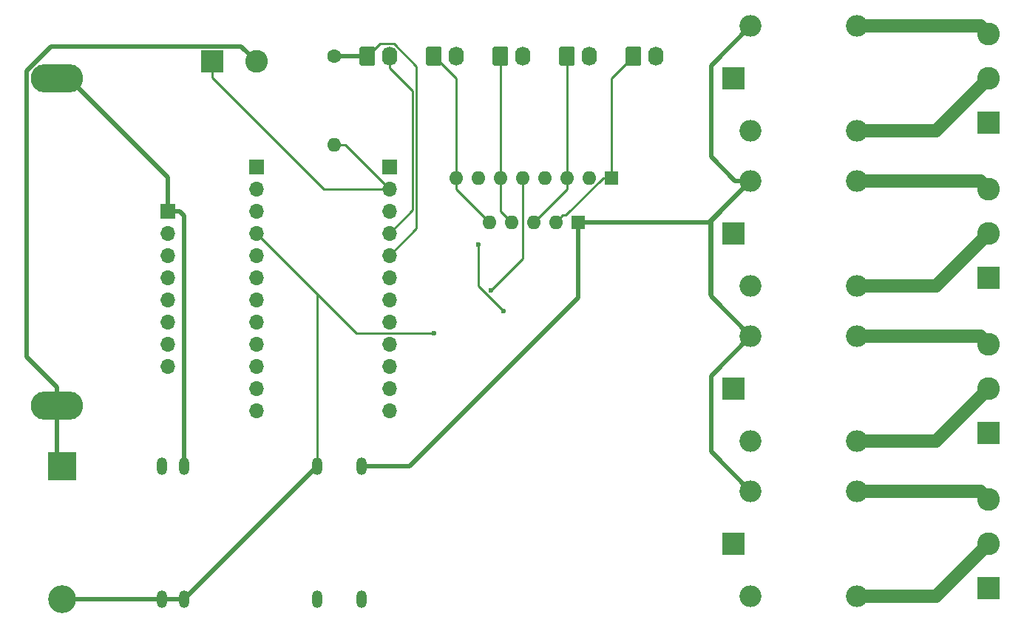
<source format=gbr>
%TF.GenerationSoftware,KiCad,Pcbnew,5.1.4+dfsg1-1*%
%TF.CreationDate,2019-12-07T14:51:34+10:00*%
%TF.ProjectId,ActuatorsExpanded,41637475-6174-46f7-9273-457870616e64,1*%
%TF.SameCoordinates,Original*%
%TF.FileFunction,Copper,L2,Bot*%
%TF.FilePolarity,Positive*%
%FSLAX46Y46*%
G04 Gerber Fmt 4.6, Leading zero omitted, Abs format (unit mm)*
G04 Created by KiCad (PCBNEW 5.1.4+dfsg1-1) date 2019-12-07 14:51:34*
%MOMM*%
%LPD*%
G04 APERTURE LIST*
%ADD10C,2.600000*%
%ADD11R,2.600000X2.600000*%
%ADD12O,1.700000X1.700000*%
%ADD13R,1.700000X1.700000*%
%ADD14O,2.500000X2.500000*%
%ADD15R,2.500000X2.500000*%
%ADD16O,1.600000X1.600000*%
%ADD17R,1.600000X1.600000*%
%ADD18C,1.600000*%
%ADD19O,1.200000X2.000000*%
%ADD20O,1.740000X2.200000*%
%ADD21C,0.100000*%
%ADD22C,1.740000*%
%ADD23O,6.000000X3.250000*%
%ADD24O,3.200000X3.200000*%
%ADD25R,3.200000X3.200000*%
%ADD26C,0.600000*%
%ADD27C,0.250000*%
%ADD28C,0.500000*%
%ADD29C,1.500000*%
G04 APERTURE END LIST*
D10*
X194945000Y-58420000D03*
X194945000Y-63500000D03*
D11*
X194945000Y-68580000D03*
D12*
X126365000Y-101600000D03*
X126365000Y-99060000D03*
X126365000Y-96520000D03*
X126365000Y-93980000D03*
X126365000Y-91440000D03*
X126365000Y-88900000D03*
X126365000Y-86360000D03*
X126365000Y-83820000D03*
X126365000Y-81280000D03*
X126365000Y-78740000D03*
X126365000Y-76200000D03*
D13*
X126365000Y-73660000D03*
D10*
X194945000Y-111760000D03*
X194945000Y-116840000D03*
D11*
X194945000Y-121920000D03*
D14*
X167735000Y-75280000D03*
X179935000Y-75280000D03*
X179935000Y-87280000D03*
X167735000Y-87280000D03*
D15*
X165735000Y-81280000D03*
D14*
X167735000Y-93060000D03*
X179935000Y-93060000D03*
X179935000Y-105060000D03*
X167735000Y-105060000D03*
D15*
X165735000Y-99060000D03*
D16*
X133985000Y-74930000D03*
X136525000Y-74930000D03*
X139065000Y-74930000D03*
X141605000Y-74930000D03*
X144145000Y-74930000D03*
X146685000Y-74930000D03*
X149225000Y-74930000D03*
D17*
X151765000Y-74930000D03*
D16*
X137795000Y-80010000D03*
X140335000Y-80010000D03*
X142875000Y-80010000D03*
X145415000Y-80010000D03*
D17*
X147955000Y-80010000D03*
D16*
X120015000Y-71120000D03*
D18*
X120015000Y-60960000D03*
D19*
X100330000Y-107950000D03*
X100330000Y-123190000D03*
X102870000Y-107950000D03*
X102870000Y-123190000D03*
X118110000Y-107950000D03*
X118110000Y-123190000D03*
X123190000Y-107950000D03*
X123190000Y-123190000D03*
D14*
X167735000Y-57500000D03*
X179935000Y-57500000D03*
X179935000Y-69500000D03*
X167735000Y-69500000D03*
D15*
X165735000Y-63500000D03*
D14*
X167735000Y-110840000D03*
X179935000Y-110840000D03*
X179935000Y-122840000D03*
X167735000Y-122840000D03*
D15*
X165735000Y-116840000D03*
D20*
X133985000Y-60960000D03*
D21*
G36*
X132089505Y-59861204D02*
G01*
X132113773Y-59864804D01*
X132137572Y-59870765D01*
X132160671Y-59879030D01*
X132182850Y-59889520D01*
X132203893Y-59902132D01*
X132223599Y-59916747D01*
X132241777Y-59933223D01*
X132258253Y-59951401D01*
X132272868Y-59971107D01*
X132285480Y-59992150D01*
X132295970Y-60014329D01*
X132304235Y-60037428D01*
X132310196Y-60061227D01*
X132313796Y-60085495D01*
X132315000Y-60109999D01*
X132315000Y-61810001D01*
X132313796Y-61834505D01*
X132310196Y-61858773D01*
X132304235Y-61882572D01*
X132295970Y-61905671D01*
X132285480Y-61927850D01*
X132272868Y-61948893D01*
X132258253Y-61968599D01*
X132241777Y-61986777D01*
X132223599Y-62003253D01*
X132203893Y-62017868D01*
X132182850Y-62030480D01*
X132160671Y-62040970D01*
X132137572Y-62049235D01*
X132113773Y-62055196D01*
X132089505Y-62058796D01*
X132065001Y-62060000D01*
X130824999Y-62060000D01*
X130800495Y-62058796D01*
X130776227Y-62055196D01*
X130752428Y-62049235D01*
X130729329Y-62040970D01*
X130707150Y-62030480D01*
X130686107Y-62017868D01*
X130666401Y-62003253D01*
X130648223Y-61986777D01*
X130631747Y-61968599D01*
X130617132Y-61948893D01*
X130604520Y-61927850D01*
X130594030Y-61905671D01*
X130585765Y-61882572D01*
X130579804Y-61858773D01*
X130576204Y-61834505D01*
X130575000Y-61810001D01*
X130575000Y-60109999D01*
X130576204Y-60085495D01*
X130579804Y-60061227D01*
X130585765Y-60037428D01*
X130594030Y-60014329D01*
X130604520Y-59992150D01*
X130617132Y-59971107D01*
X130631747Y-59951401D01*
X130648223Y-59933223D01*
X130666401Y-59916747D01*
X130686107Y-59902132D01*
X130707150Y-59889520D01*
X130729329Y-59879030D01*
X130752428Y-59870765D01*
X130776227Y-59864804D01*
X130800495Y-59861204D01*
X130824999Y-59860000D01*
X132065001Y-59860000D01*
X132089505Y-59861204D01*
X132089505Y-59861204D01*
G37*
D22*
X131445000Y-60960000D03*
D20*
X141605000Y-60960000D03*
D21*
G36*
X139709505Y-59861204D02*
G01*
X139733773Y-59864804D01*
X139757572Y-59870765D01*
X139780671Y-59879030D01*
X139802850Y-59889520D01*
X139823893Y-59902132D01*
X139843599Y-59916747D01*
X139861777Y-59933223D01*
X139878253Y-59951401D01*
X139892868Y-59971107D01*
X139905480Y-59992150D01*
X139915970Y-60014329D01*
X139924235Y-60037428D01*
X139930196Y-60061227D01*
X139933796Y-60085495D01*
X139935000Y-60109999D01*
X139935000Y-61810001D01*
X139933796Y-61834505D01*
X139930196Y-61858773D01*
X139924235Y-61882572D01*
X139915970Y-61905671D01*
X139905480Y-61927850D01*
X139892868Y-61948893D01*
X139878253Y-61968599D01*
X139861777Y-61986777D01*
X139843599Y-62003253D01*
X139823893Y-62017868D01*
X139802850Y-62030480D01*
X139780671Y-62040970D01*
X139757572Y-62049235D01*
X139733773Y-62055196D01*
X139709505Y-62058796D01*
X139685001Y-62060000D01*
X138444999Y-62060000D01*
X138420495Y-62058796D01*
X138396227Y-62055196D01*
X138372428Y-62049235D01*
X138349329Y-62040970D01*
X138327150Y-62030480D01*
X138306107Y-62017868D01*
X138286401Y-62003253D01*
X138268223Y-61986777D01*
X138251747Y-61968599D01*
X138237132Y-61948893D01*
X138224520Y-61927850D01*
X138214030Y-61905671D01*
X138205765Y-61882572D01*
X138199804Y-61858773D01*
X138196204Y-61834505D01*
X138195000Y-61810001D01*
X138195000Y-60109999D01*
X138196204Y-60085495D01*
X138199804Y-60061227D01*
X138205765Y-60037428D01*
X138214030Y-60014329D01*
X138224520Y-59992150D01*
X138237132Y-59971107D01*
X138251747Y-59951401D01*
X138268223Y-59933223D01*
X138286401Y-59916747D01*
X138306107Y-59902132D01*
X138327150Y-59889520D01*
X138349329Y-59879030D01*
X138372428Y-59870765D01*
X138396227Y-59864804D01*
X138420495Y-59861204D01*
X138444999Y-59860000D01*
X139685001Y-59860000D01*
X139709505Y-59861204D01*
X139709505Y-59861204D01*
G37*
D22*
X139065000Y-60960000D03*
D20*
X149225000Y-60960000D03*
D21*
G36*
X147329505Y-59861204D02*
G01*
X147353773Y-59864804D01*
X147377572Y-59870765D01*
X147400671Y-59879030D01*
X147422850Y-59889520D01*
X147443893Y-59902132D01*
X147463599Y-59916747D01*
X147481777Y-59933223D01*
X147498253Y-59951401D01*
X147512868Y-59971107D01*
X147525480Y-59992150D01*
X147535970Y-60014329D01*
X147544235Y-60037428D01*
X147550196Y-60061227D01*
X147553796Y-60085495D01*
X147555000Y-60109999D01*
X147555000Y-61810001D01*
X147553796Y-61834505D01*
X147550196Y-61858773D01*
X147544235Y-61882572D01*
X147535970Y-61905671D01*
X147525480Y-61927850D01*
X147512868Y-61948893D01*
X147498253Y-61968599D01*
X147481777Y-61986777D01*
X147463599Y-62003253D01*
X147443893Y-62017868D01*
X147422850Y-62030480D01*
X147400671Y-62040970D01*
X147377572Y-62049235D01*
X147353773Y-62055196D01*
X147329505Y-62058796D01*
X147305001Y-62060000D01*
X146064999Y-62060000D01*
X146040495Y-62058796D01*
X146016227Y-62055196D01*
X145992428Y-62049235D01*
X145969329Y-62040970D01*
X145947150Y-62030480D01*
X145926107Y-62017868D01*
X145906401Y-62003253D01*
X145888223Y-61986777D01*
X145871747Y-61968599D01*
X145857132Y-61948893D01*
X145844520Y-61927850D01*
X145834030Y-61905671D01*
X145825765Y-61882572D01*
X145819804Y-61858773D01*
X145816204Y-61834505D01*
X145815000Y-61810001D01*
X145815000Y-60109999D01*
X145816204Y-60085495D01*
X145819804Y-60061227D01*
X145825765Y-60037428D01*
X145834030Y-60014329D01*
X145844520Y-59992150D01*
X145857132Y-59971107D01*
X145871747Y-59951401D01*
X145888223Y-59933223D01*
X145906401Y-59916747D01*
X145926107Y-59902132D01*
X145947150Y-59889520D01*
X145969329Y-59879030D01*
X145992428Y-59870765D01*
X146016227Y-59864804D01*
X146040495Y-59861204D01*
X146064999Y-59860000D01*
X147305001Y-59860000D01*
X147329505Y-59861204D01*
X147329505Y-59861204D01*
G37*
D22*
X146685000Y-60960000D03*
D10*
X194945000Y-76200000D03*
X194945000Y-81280000D03*
D11*
X194945000Y-86360000D03*
D10*
X194945000Y-93980000D03*
X194945000Y-99060000D03*
D11*
X194945000Y-104140000D03*
D20*
X156845000Y-60960000D03*
D21*
G36*
X154949505Y-59861204D02*
G01*
X154973773Y-59864804D01*
X154997572Y-59870765D01*
X155020671Y-59879030D01*
X155042850Y-59889520D01*
X155063893Y-59902132D01*
X155083599Y-59916747D01*
X155101777Y-59933223D01*
X155118253Y-59951401D01*
X155132868Y-59971107D01*
X155145480Y-59992150D01*
X155155970Y-60014329D01*
X155164235Y-60037428D01*
X155170196Y-60061227D01*
X155173796Y-60085495D01*
X155175000Y-60109999D01*
X155175000Y-61810001D01*
X155173796Y-61834505D01*
X155170196Y-61858773D01*
X155164235Y-61882572D01*
X155155970Y-61905671D01*
X155145480Y-61927850D01*
X155132868Y-61948893D01*
X155118253Y-61968599D01*
X155101777Y-61986777D01*
X155083599Y-62003253D01*
X155063893Y-62017868D01*
X155042850Y-62030480D01*
X155020671Y-62040970D01*
X154997572Y-62049235D01*
X154973773Y-62055196D01*
X154949505Y-62058796D01*
X154925001Y-62060000D01*
X153684999Y-62060000D01*
X153660495Y-62058796D01*
X153636227Y-62055196D01*
X153612428Y-62049235D01*
X153589329Y-62040970D01*
X153567150Y-62030480D01*
X153546107Y-62017868D01*
X153526401Y-62003253D01*
X153508223Y-61986777D01*
X153491747Y-61968599D01*
X153477132Y-61948893D01*
X153464520Y-61927850D01*
X153454030Y-61905671D01*
X153445765Y-61882572D01*
X153439804Y-61858773D01*
X153436204Y-61834505D01*
X153435000Y-61810001D01*
X153435000Y-60109999D01*
X153436204Y-60085495D01*
X153439804Y-60061227D01*
X153445765Y-60037428D01*
X153454030Y-60014329D01*
X153464520Y-59992150D01*
X153477132Y-59971107D01*
X153491747Y-59951401D01*
X153508223Y-59933223D01*
X153526401Y-59916747D01*
X153546107Y-59902132D01*
X153567150Y-59889520D01*
X153589329Y-59879030D01*
X153612428Y-59870765D01*
X153636227Y-59864804D01*
X153660495Y-59861204D01*
X153684999Y-59860000D01*
X154925001Y-59860000D01*
X154949505Y-59861204D01*
X154949505Y-59861204D01*
G37*
D22*
X154305000Y-60960000D03*
D20*
X126365000Y-60960000D03*
D21*
G36*
X124469505Y-59861204D02*
G01*
X124493773Y-59864804D01*
X124517572Y-59870765D01*
X124540671Y-59879030D01*
X124562850Y-59889520D01*
X124583893Y-59902132D01*
X124603599Y-59916747D01*
X124621777Y-59933223D01*
X124638253Y-59951401D01*
X124652868Y-59971107D01*
X124665480Y-59992150D01*
X124675970Y-60014329D01*
X124684235Y-60037428D01*
X124690196Y-60061227D01*
X124693796Y-60085495D01*
X124695000Y-60109999D01*
X124695000Y-61810001D01*
X124693796Y-61834505D01*
X124690196Y-61858773D01*
X124684235Y-61882572D01*
X124675970Y-61905671D01*
X124665480Y-61927850D01*
X124652868Y-61948893D01*
X124638253Y-61968599D01*
X124621777Y-61986777D01*
X124603599Y-62003253D01*
X124583893Y-62017868D01*
X124562850Y-62030480D01*
X124540671Y-62040970D01*
X124517572Y-62049235D01*
X124493773Y-62055196D01*
X124469505Y-62058796D01*
X124445001Y-62060000D01*
X123204999Y-62060000D01*
X123180495Y-62058796D01*
X123156227Y-62055196D01*
X123132428Y-62049235D01*
X123109329Y-62040970D01*
X123087150Y-62030480D01*
X123066107Y-62017868D01*
X123046401Y-62003253D01*
X123028223Y-61986777D01*
X123011747Y-61968599D01*
X122997132Y-61948893D01*
X122984520Y-61927850D01*
X122974030Y-61905671D01*
X122965765Y-61882572D01*
X122959804Y-61858773D01*
X122956204Y-61834505D01*
X122955000Y-61810001D01*
X122955000Y-60109999D01*
X122956204Y-60085495D01*
X122959804Y-60061227D01*
X122965765Y-60037428D01*
X122974030Y-60014329D01*
X122984520Y-59992150D01*
X122997132Y-59971107D01*
X123011747Y-59951401D01*
X123028223Y-59933223D01*
X123046401Y-59916747D01*
X123066107Y-59902132D01*
X123087150Y-59889520D01*
X123109329Y-59879030D01*
X123132428Y-59870765D01*
X123156227Y-59864804D01*
X123180495Y-59861204D01*
X123204999Y-59860000D01*
X124445001Y-59860000D01*
X124469505Y-59861204D01*
X124469505Y-59861204D01*
G37*
D22*
X123825000Y-60960000D03*
D12*
X100965000Y-96520000D03*
X100965000Y-93980000D03*
X100965000Y-91440000D03*
X100965000Y-88900000D03*
X100965000Y-86360000D03*
X100965000Y-83820000D03*
X100965000Y-81280000D03*
D13*
X100965000Y-78740000D03*
D10*
X111125000Y-61595000D03*
D11*
X106045000Y-61595000D03*
D12*
X111125000Y-101600000D03*
X111125000Y-99060000D03*
X111125000Y-96520000D03*
X111125000Y-93980000D03*
X111125000Y-91440000D03*
X111125000Y-88900000D03*
X111125000Y-86360000D03*
X111125000Y-83820000D03*
X111125000Y-81280000D03*
X111125000Y-78740000D03*
X111125000Y-76200000D03*
D13*
X111125000Y-73660000D03*
D23*
X88265000Y-63500000D03*
X88265000Y-101000000D03*
D24*
X88900000Y-123190000D03*
D25*
X88900000Y-107950000D03*
D26*
X131445000Y-92710000D03*
X136525000Y-82550000D03*
X139409998Y-90170000D03*
X137988051Y-87823051D03*
D27*
X118110000Y-107950000D02*
X118110000Y-107550000D01*
X118850000Y-76200000D02*
X126365000Y-76200000D01*
X106045000Y-63395000D02*
X118850000Y-76200000D01*
X106045000Y-61595000D02*
X106045000Y-63395000D01*
X125730000Y-76200000D02*
X126365000Y-76200000D01*
X121285000Y-71120000D02*
X126365000Y-76200000D01*
X120015000Y-71120000D02*
X121285000Y-71120000D01*
D28*
X88900000Y-123190000D02*
X100330000Y-123190000D01*
X100330000Y-123190000D02*
X102870000Y-123190000D01*
X102870000Y-123190000D02*
X118110000Y-107950000D01*
D27*
X122555000Y-92710000D02*
X111125000Y-81280000D01*
X131445000Y-92710000D02*
X122555000Y-92710000D01*
X118110000Y-107950000D02*
X118110000Y-95250000D01*
X118110000Y-88265000D02*
X111125000Y-81280000D01*
X118110000Y-107950000D02*
X118110000Y-88265000D01*
D28*
X102870000Y-79295000D02*
X102870000Y-107950000D01*
X102315000Y-78740000D02*
X102870000Y-79295000D01*
X100965000Y-78740000D02*
X102315000Y-78740000D01*
X100965000Y-74825000D02*
X89640000Y-63500000D01*
X89640000Y-63500000D02*
X88265000Y-63500000D01*
X100965000Y-78740000D02*
X100965000Y-74825000D01*
X88265000Y-98875000D02*
X88265000Y-101000000D01*
X84814990Y-95424990D02*
X88265000Y-98875000D01*
X84814990Y-62640503D02*
X84814990Y-95424990D01*
X87610494Y-59844999D02*
X84814990Y-62640503D01*
X109374999Y-59844999D02*
X87610494Y-59844999D01*
X111125000Y-61595000D02*
X109374999Y-59844999D01*
X88265000Y-107315000D02*
X88900000Y-107950000D01*
X88265000Y-101000000D02*
X88265000Y-107315000D01*
X120015000Y-60960000D02*
X121285000Y-60960000D01*
X123825000Y-60960000D02*
X121285000Y-60960000D01*
X121285000Y-60960000D02*
X120650000Y-60960000D01*
D27*
X125250010Y-59534990D02*
X123825000Y-60960000D01*
X126859989Y-59534990D02*
X125250010Y-59534990D01*
X129480009Y-62155010D02*
X126859989Y-59534990D01*
X129480009Y-80704991D02*
X129480009Y-62155010D01*
X126365000Y-83820000D02*
X129480009Y-80704991D01*
X120015000Y-60960000D02*
X123825000Y-60960000D01*
X151765000Y-63500000D02*
X154305000Y-60960000D01*
X151765000Y-74930000D02*
X151765000Y-63500000D01*
X146214999Y-79210001D02*
X145415000Y-80010000D01*
X146569997Y-79210001D02*
X146214999Y-79210001D01*
X150849998Y-74930000D02*
X146569997Y-79210001D01*
X151765000Y-74930000D02*
X150849998Y-74930000D01*
X126365000Y-62310000D02*
X126365000Y-60960000D01*
X129030000Y-64975000D02*
X126365000Y-62310000D01*
X129030000Y-78615000D02*
X129030000Y-64975000D01*
X126365000Y-81280000D02*
X129030000Y-78615000D01*
X146685000Y-74930000D02*
X146685000Y-60960000D01*
X146685000Y-76200000D02*
X142875000Y-80010000D01*
X146685000Y-74930000D02*
X146685000Y-76200000D01*
X139065000Y-74930000D02*
X139065000Y-60960000D01*
X139065000Y-78740000D02*
X140335000Y-80010000D01*
X139065000Y-74930000D02*
X139065000Y-78740000D01*
X133985000Y-63500000D02*
X131445000Y-60960000D01*
X133985000Y-74930000D02*
X133985000Y-63500000D01*
X133985000Y-76200000D02*
X137795000Y-80010000D01*
X133985000Y-74930000D02*
X133985000Y-76200000D01*
X165545000Y-77470000D02*
X167735000Y-75280000D01*
X163005000Y-88330000D02*
X163005000Y-80010000D01*
X167735000Y-93060000D02*
X163005000Y-88330000D01*
D28*
X147955000Y-88689268D02*
X147955000Y-80010000D01*
X123190000Y-107950000D02*
X128694268Y-107950000D01*
X128694268Y-107950000D02*
X147955000Y-88689268D01*
X163005000Y-80010000D02*
X167735000Y-75280000D01*
X147955000Y-80010000D02*
X163005000Y-80010000D01*
X163195000Y-88520000D02*
X167735000Y-93060000D01*
X163195000Y-79820000D02*
X163195000Y-88520000D01*
X167735000Y-75280000D02*
X163195000Y-79820000D01*
X163195000Y-62040000D02*
X167735000Y-57500000D01*
X163195000Y-72507766D02*
X163195000Y-62040000D01*
X167735000Y-75280000D02*
X165967234Y-75280000D01*
X165967234Y-75280000D02*
X163195000Y-72507766D01*
X163195000Y-106300000D02*
X167735000Y-110840000D01*
X167735000Y-93060000D02*
X163195000Y-97600000D01*
X163195000Y-97600000D02*
X163195000Y-106300000D01*
D29*
X194025000Y-110840000D02*
X194945000Y-111760000D01*
X179935000Y-110840000D02*
X194025000Y-110840000D01*
X188945000Y-122840000D02*
X194945000Y-116840000D01*
X179935000Y-122840000D02*
X188945000Y-122840000D01*
X194025000Y-93060000D02*
X194945000Y-93980000D01*
X179935000Y-93060000D02*
X194025000Y-93060000D01*
X188945000Y-105060000D02*
X194945000Y-99060000D01*
X179935000Y-105060000D02*
X188945000Y-105060000D01*
X194025000Y-75280000D02*
X194945000Y-76200000D01*
X179935000Y-75280000D02*
X194025000Y-75280000D01*
X188945000Y-87280000D02*
X194945000Y-81280000D01*
X179935000Y-87280000D02*
X188945000Y-87280000D01*
X179935000Y-57500000D02*
X194025000Y-57500000D01*
X194025000Y-57500000D02*
X194945000Y-58420000D01*
X188945000Y-69500000D02*
X194945000Y-63500000D01*
X179935000Y-69500000D02*
X188945000Y-69500000D01*
D27*
X136525000Y-87285002D02*
X139409998Y-90170000D01*
X136525000Y-82550000D02*
X136525000Y-87285002D01*
X141605000Y-74930000D02*
X141605000Y-84206102D01*
X141605000Y-84206102D02*
X137988051Y-87823051D01*
M02*

</source>
